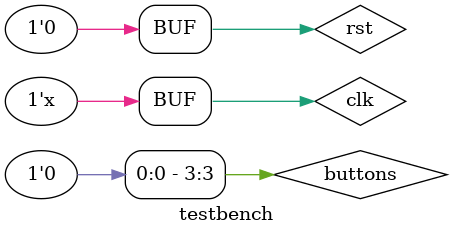
<source format=v>
`default_nettype none
`timescale 1ns / 1ps

module testbench;

    reg clk;
    reg rst;
    wire [3:0] buttons;
    wire [6:0] ss_abcdefg_l;
    wire ss_dp_l;
    wire [3:0] ss_sel_l;

    assign buttons[3] = rst;

    top top(
        .clk(clk),
        .buttons(buttons),
        .ss_abcdefg_l(ss_abcdefg_l),
        .ss_dp_l(ss_dp_l),
        .ss_sel_l(ss_sel_l)
    );

    always #10 clk = ~clk;

    initial begin
        clk = 0;
        rst = 0;

        #10;
        rst = 1;
        #10;
        rst = 0;

        #100;
    end

endmodule

</source>
